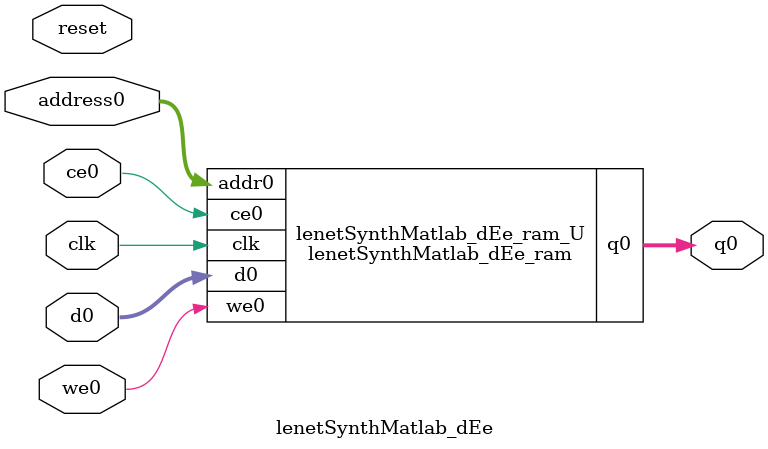
<source format=v>

`timescale 1 ns / 1 ps
module lenetSynthMatlab_dEe_ram (addr0, ce0, d0, we0, q0,  clk);

parameter DWIDTH = 64;
parameter AWIDTH = 13;
parameter MEM_SIZE = 4704;

input[AWIDTH-1:0] addr0;
input ce0;
input[DWIDTH-1:0] d0;
input we0;
output reg[DWIDTH-1:0] q0;
input clk;

(* ram_style = "block" *)reg [DWIDTH-1:0] ram[0:MEM_SIZE-1];




always @(posedge clk)  
begin 
    if (ce0) 
    begin
        if (we0) 
        begin 
            ram[addr0] <= d0; 
            q0 <= d0;
        end 
        else 
            q0 <= ram[addr0];
    end
end


endmodule


`timescale 1 ns / 1 ps
module lenetSynthMatlab_dEe(
    reset,
    clk,
    address0,
    ce0,
    we0,
    d0,
    q0);

parameter DataWidth = 32'd64;
parameter AddressRange = 32'd4704;
parameter AddressWidth = 32'd13;
input reset;
input clk;
input[AddressWidth - 1:0] address0;
input ce0;
input we0;
input[DataWidth - 1:0] d0;
output[DataWidth - 1:0] q0;



lenetSynthMatlab_dEe_ram lenetSynthMatlab_dEe_ram_U(
    .clk( clk ),
    .addr0( address0 ),
    .ce0( ce0 ),
    .we0( we0 ),
    .d0( d0 ),
    .q0( q0 ));

endmodule


</source>
